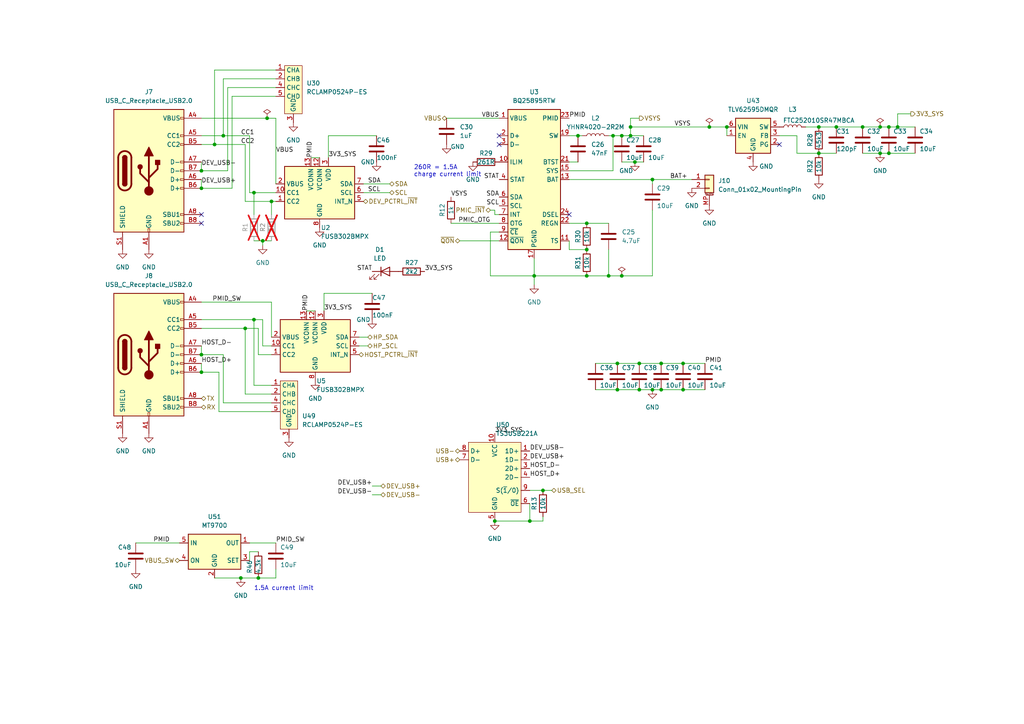
<source format=kicad_sch>
(kicad_sch (version 20230121) (generator eeschema)
  (paper "A4")
  (lib_symbols
    (symbol "Battery_Management:BQ25895RTW"
      (property "Reference" "U" (at -5.08 22.86 0))
      (property "Value" "BQ25895RTW" (at 5.08 22.86 0))
      (symbol "BQ25895RTW_0_1"
        (rectangle (start -7.62 20.32) (end 7.62 -20.32) (stroke (width 0.254)) (fill (type background)))
      )
      (symbol "BQ25895RTW_1_1"
        (pin power_in line (at -10.16 17.78 0) (length 2.54) (name "VBUS") (number "1"))
        (pin passive line (at -10.16 5.08 0) (length 2.54) (name "ILIM") (number "10"))
        (pin passive line (at 10.16 -17.78 180) (length 2.54) (name "TS") (number "11"))
        (pin input line (at -10.16 -17.78 0) (length 2.54) (name "~{QON}") (number "12"))
        (pin passive line (at 10.16 0 180) (length 2.54) (name "BAT") (number "13"))
        (pin passive line (at 10.16 0 180) (length 2.54) hide (name "BAT") (number "14"))
        (pin passive line (at 10.16 2.54 180) (length 2.54) (name "SYS") (number "15"))
        (pin passive line (at 10.16 2.54 180) (length 2.54) hide (name "SYS") (number "16"))
        (pin power_in line (at 0 -22.86 90) (length 2.54) (name "PGND") (number "17"))
        (pin passive line (at 0 -22.86 90) (length 2.54) hide (name "PGND") (number "18"))
        (pin power_out line (at 10.16 12.7 180) (length 2.54) (name "SW") (number "19"))
        (pin bidirectional line (at -10.16 12.7 0) (length 2.54) (name "D+") (number "2"))
        (pin passive line (at 10.16 12.7 180) (length 2.54) hide (name "SW") (number "20"))
        (pin passive line (at 10.16 5.08 180) (length 2.54) (name "BTST") (number "21"))
        (pin passive line (at 10.16 -12.7 180) (length 2.54) (name "REGN") (number "22"))
        (pin power_out line (at 10.16 17.78 180) (length 2.54) (name "PMID") (number "23"))
        (pin open_collector line (at 10.16 -10.16 180) (length 2.54) (name "DSEL") (number "24"))
        (pin passive line (at 0 -22.86 90) (length 2.54) hide (name "PGND") (number "25"))
        (pin bidirectional line (at -10.16 10.16 0) (length 2.54) (name "D-") (number "3"))
        (pin open_collector line (at -10.16 0 0) (length 2.54) (name "STAT") (number "4"))
        (pin input line (at -10.16 -7.62 0) (length 2.54) (name "SCL") (number "5"))
        (pin bidirectional line (at -10.16 -5.08 0) (length 2.54) (name "SDA") (number "6"))
        (pin open_collector line (at -10.16 -10.16 0) (length 2.54) (name "INT") (number "7"))
        (pin input line (at -10.16 -12.7 0) (length 2.54) (name "OTG") (number "8"))
        (pin input line (at -10.16 -15.24 0) (length 2.54) (name "~{CE}") (number "9"))
      )
    )
    (symbol "Connector:USB_C_Receptacle_USB2.0" (pin_names (offset 1.016))
      (property "Reference" "J" (at -10.16 19.05 0))
      (property "Value" "USB_C_Receptacle_USB2.0" (at 19.05 19.05 0))
      (symbol "USB_C_Receptacle_USB2.0_0_0"
        (rectangle (start -0.254 -17.78) (end 0.254 -16.764))
        (rectangle (start 10.16 -14.986) (end 9.144 -15.494))
        (rectangle (start 10.16 -12.446) (end 9.144 -12.954))
        (rectangle (start 10.16 -4.826) (end 9.144 -5.334))
        (rectangle (start 10.16 -2.286) (end 9.144 -2.794))
        (rectangle (start 10.16 0.254) (end 9.144 -0.254))
        (rectangle (start 10.16 2.794) (end 9.144 2.286))
        (rectangle (start 10.16 7.874) (end 9.144 7.366))
        (rectangle (start 10.16 10.414) (end 9.144 9.906))
        (rectangle (start 10.16 15.494) (end 9.144 14.986))
      )
      (symbol "USB_C_Receptacle_USB2.0_0_1"
        (rectangle (start -10.16 17.78) (end 10.16 -17.78) (stroke (width 0.254)) (fill (type background)))
        (arc (start -8.89 -3.81) (mid -6.985 -5.7067) (end -5.08 -3.81) (stroke (width 0.508)))
        (arc (start -7.62 -3.81) (mid -6.985 -4.4423) (end -6.35 -3.81) (stroke (width 0.254)))
        (arc (start -7.62 -3.81) (mid -6.985 -4.4423) (end -6.35 -3.81) (stroke (width 0.254)) (fill (type outline)))
        (rectangle (start -7.62 -3.81) (end -6.35 3.81) (stroke (width 0.254)) (fill (type outline)))
        (arc (start -6.35 3.81) (mid -6.985 4.4423) (end -7.62 3.81) (stroke (width 0.254)))
        (arc (start -6.35 3.81) (mid -6.985 4.4423) (end -7.62 3.81) (stroke (width 0.254)) (fill (type outline)))
        (arc (start -5.08 3.81) (mid -6.985 5.7067) (end -8.89 3.81) (stroke (width 0.508)))
        (circle (center -2.54 1.143) (radius 0.635) (stroke (width 0.254)) (fill (type outline)))
        (circle (center 0 -5.842) (radius 1.27) (fill (type outline)))
        (polyline (pts (xy -8.89 -3.81) (xy -8.89 3.81)) (stroke (width 0.508)))
        (polyline (pts (xy -5.08 3.81) (xy -5.08 -3.81)) (stroke (width 0.508)))
        (polyline (pts (xy 0 -5.842) (xy 0 4.318)) (stroke (width 0.508)))
        (polyline (pts (xy 0 -3.302) (xy -2.54 -0.762) (xy -2.54 0.508)) (stroke (width 0.508)))
        (polyline (pts (xy 0 -2.032) (xy 2.54 0.508) (xy 2.54 1.778)) (stroke (width 0.508)))
        (polyline (pts (xy -1.27 4.318) (xy 0 6.858) (xy 1.27 4.318) (xy -1.27 4.318)) (stroke (width 0.254)) (fill (type outline)))
        (rectangle (start 1.905 1.778) (end 3.175 3.048) (stroke (width 0.254)) (fill (type outline)))
      )
      (symbol "USB_C_Receptacle_USB2.0_1_1"
        (pin passive line (at 0 -22.86 90) (length 5.08) (name "GND") (number "A1"))
        (pin passive line (at 0 -22.86 90) (length 5.08) hide (name "GND") (number "A12"))
        (pin passive line (at 15.24 15.24 180) (length 5.08) (name "VBUS") (number "A4"))
        (pin bidirectional line (at 15.24 10.16 180) (length 5.08) (name "CC1") (number "A5"))
        (pin bidirectional line (at 15.24 -2.54 180) (length 5.08) (name "D+") (number "A6"))
        (pin bidirectional line (at 15.24 2.54 180) (length 5.08) (name "D-") (number "A7"))
        (pin bidirectional line (at 15.24 -12.7 180) (length 5.08) (name "SBU1") (number "A8"))
        (pin passive line (at 15.24 15.24 180) (length 5.08) hide (name "VBUS") (number "A9"))
        (pin passive line (at 0 -22.86 90) (length 5.08) hide (name "GND") (number "B1"))
        (pin passive line (at 0 -22.86 90) (length 5.08) hide (name "GND") (number "B12"))
        (pin passive line (at 15.24 15.24 180) (length 5.08) hide (name "VBUS") (number "B4"))
        (pin bidirectional line (at 15.24 7.62 180) (length 5.08) (name "CC2") (number "B5"))
        (pin bidirectional line (at 15.24 -5.08 180) (length 5.08) (name "D+") (number "B6"))
        (pin bidirectional line (at 15.24 0 180) (length 5.08) (name "D-") (number "B7"))
        (pin bidirectional line (at 15.24 -15.24 180) (length 5.08) (name "SBU2") (number "B8"))
        (pin passive line (at 15.24 15.24 180) (length 5.08) hide (name "VBUS") (number "B9"))
        (pin passive line (at -7.62 -22.86 90) (length 5.08) (name "SHIELD") (number "S1"))
      )
    )
    (symbol "Connector_Generic_MountingPin:Conn_01x02_MountingPin" (pin_names (offset 1.016) hide)
      (property "Reference" "J" (at 0 2.54 0))
      (property "Value" "Conn_01x02_MountingPin" (at 1.27 -5.08 0))
      (symbol "Conn_01x02_MountingPin_1_1"
        (rectangle (start -1.27 -2.413) (end 0 -2.667) (stroke (width 0.1524)))
        (rectangle (start -1.27 0.127) (end 0 -0.127) (stroke (width 0.1524)))
        (rectangle (start -1.27 1.27) (end 1.27 -3.81) (stroke (width 0.254)) (fill (type background)))
        (polyline (pts (xy -1.016 -4.572) (xy 1.016 -4.572)) (stroke (width 0.1524)))
        (text "Mounting" (at 0 -4.191 0) (effects (font (size 0.381 0.381))))
        (pin passive line (at -5.08 0 0) (length 3.81) (name "Pin_1") (number "1"))
        (pin passive line (at -5.08 -2.54 0) (length 3.81) (name "Pin_2") (number "2"))
        (pin passive line (at 0 -7.62 90) (length 3.048) (name "MountPin") (number "MP"))
      )
    )
    (symbol "Device:C" (pin_numbers hide) (pin_names (offset 0.254))
      (property "Reference" "C" (at 0.635 2.54 0))
      (property "Value" "C" (at 0.635 -2.54 0))
      (symbol "C_0_1"
        (polyline (pts (xy -2.032 -0.762) (xy 2.032 -0.762)) (stroke (width 0.508)))
        (polyline (pts (xy -2.032 0.762) (xy 2.032 0.762)) (stroke (width 0.508)))
      )
      (symbol "C_1_1"
        (pin passive line (at 0 3.81 270) (length 2.794) (name "~") (number "1"))
        (pin passive line (at 0 -3.81 90) (length 2.794) (name "~") (number "2"))
      )
    )
    (symbol "Device:L" (pin_numbers hide) (pin_names (offset 1.016) hide)
      (property "Reference" "L" (at -1.27 0 90))
      (property "Value" "L" (at 1.905 0 90))
      (symbol "L_0_1"
        (arc (start 0 -2.54) (mid 0.6323 -1.905) (end 0 -1.27))
        (arc (start 0 -1.27) (mid 0.6323 -0.635) (end 0 0))
        (arc (start 0 0) (mid 0.6323 0.635) (end 0 1.27))
        (arc (start 0 1.27) (mid 0.6323 1.905) (end 0 2.54))
      )
      (symbol "L_1_1"
        (pin passive line (at 0 3.81 270) (length 1.27) (name "1") (number "1"))
        (pin passive line (at 0 -3.81 90) (length 1.27) (name "2") (number "2"))
      )
    )
    (symbol "Device:LED" (pin_numbers hide) (pin_names (offset 1.016) hide)
      (property "Reference" "D" (at 0 2.54 0))
      (property "Value" "LED" (at 0 -2.54 0))
      (symbol "LED_0_1"
        (polyline (pts (xy -1.27 -1.27) (xy -1.27 1.27)) (stroke (width 0.254)))
        (polyline (pts (xy -1.27 0) (xy 1.27 0)))
        (polyline (pts (xy 1.27 -1.27) (xy 1.27 1.27) (xy -1.27 0) (xy 1.27 -1.27)) (stroke (width 0.254)))
        (polyline (pts (xy -3.048 -0.762) (xy -4.572 -2.286) (xy -3.81 -2.286) (xy -4.572 -2.286) (xy -4.572 -1.524)))
        (polyline (pts (xy -1.778 -0.762) (xy -3.302 -2.286) (xy -2.54 -2.286) (xy -3.302 -2.286) (xy -3.302 -1.524)))
      )
      (symbol "LED_1_1"
        (pin passive line (at -3.81 0 0) (length 2.54) (name "K") (number "1"))
        (pin passive line (at 3.81 0 180) (length 2.54) (name "A") (number "2"))
      )
    )
    (symbol "Device:R" (pin_numbers hide) (pin_names (offset 0))
      (property "Reference" "R" (at 2.032 0 90))
      (property "Value" "R" (at 0 0 90))
      (symbol "R_0_1"
        (rectangle (start -1.016 -2.54) (end 1.016 2.54) (stroke (width 0.254)))
      )
      (symbol "R_1_1"
        (pin passive line (at 0 3.81 270) (length 1.27) (name "~") (number "1"))
        (pin passive line (at 0 -3.81 90) (length 1.27) (name "~") (number "2"))
      )
    )
    (symbol "Interface_USB:FUSB302BMPX"
      (property "Reference" "U" (at -10.16 8.89 0))
      (property "Value" "FUSB302BMPX" (at 3.81 8.89 0))
      (symbol "FUSB302BMPX_0_1"
        (rectangle (start -10.16 7.62) (end 10.16 -7.62) (stroke (width 0.254)) (fill (type background)))
      )
      (symbol "FUSB302BMPX_1_1"
        (pin bidirectional line (at 12.7 -2.54 180) (length 2.54) (name "CC2") (number "1"))
        (pin bidirectional line (at 12.7 0 180) (length 2.54) (name "CC1") (number "10"))
        (pin bidirectional line (at 12.7 0 180) (length 2.54) hide (name "CC1") (number "11"))
        (pin power_in line (at 0 10.16 270) (length 2.54) (name "VCONN") (number "12"))
        (pin power_in line (at 2.54 10.16 270) (length 2.54) (name "VCONN") (number "13"))
        (pin bidirectional line (at 12.7 -2.54 180) (length 2.54) hide (name "CC2") (number "14"))
        (pin passive line (at 0 -10.16 90) (length 2.54) hide (name "GND") (number "15"))
        (pin input line (at 12.7 2.54 180) (length 2.54) (name "VBUS") (number "2"))
        (pin power_in line (at -2.54 10.16 270) (length 2.54) (name "VDD") (number "3"))
        (pin passive line (at -2.54 10.16 270) (length 2.54) hide (name "VDD") (number "4"))
        (pin open_collector line (at -12.7 -2.54 0) (length 2.54) (name "INT_N") (number "5"))
        (pin input line (at -12.7 0 0) (length 2.54) (name "SCL") (number "6"))
        (pin bidirectional line (at -12.7 2.54 0) (length 2.54) (name "SDA") (number "7"))
        (pin power_in line (at 0 -10.16 90) (length 2.54) (name "GND") (number "8"))
        (pin passive line (at 0 -10.16 90) (length 2.54) hide (name "GND") (number "9"))
      )
    )
    (symbol "Power_Management:AAT4610BIGV-1-T1"
      (property "Reference" "U" (at -6.35 -6.35 0))
      (property "Value" "AAT4610BIGV-1-T1" (at 0 6.35 0))
      (symbol "AAT4610BIGV-1-T1_0_1"
        (rectangle (start -7.62 5.08) (end 7.62 -5.08) (stroke (width 0.254)) (fill (type background)))
      )
      (symbol "AAT4610BIGV-1-T1_1_1"
        (pin power_out line (at 10.16 2.54 180) (length 2.54) (name "OUT") (number "1"))
        (pin power_in line (at 0 -7.62 90) (length 2.54) (name "GND") (number "2"))
        (pin passive line (at 10.16 -2.54 180) (length 2.54) (name "SET") (number "3"))
        (pin input line (at -10.16 -2.54 0) (length 2.54) (name "ON") (number "4"))
        (pin power_in line (at -10.16 2.54 0) (length 2.54) (name "IN") (number "5"))
      )
    )
    (symbol "tildagon:RCLAMP0524P-ES"
      (property "Reference" "U" (at 3.81 -6.35 0))
      (property "Value" "RCLAMP0524P-ES" (at 0 8.89 0))
      (symbol "RCLAMP0524P-ES_1_1"
        (rectangle (start -2.54 6.35) (end 2.54 -7.62) (fill (type background)))
        (pin passive line (at -5.08 5.08 0) (length 2.54) (name "CHA") (number "1"))
        (pin passive line (at -5.08 5.08 0) (length 2.54) hide (name "CHA") (number "10"))
        (pin passive line (at -5.08 2.54 0) (length 2.54) (name "CHB") (number "2"))
        (pin power_in line (at 0 -10.16 90) (length 2.54) (name "GND") (number "3"))
        (pin passive line (at -5.08 0 0) (length 2.54) (name "CHC") (number "4"))
        (pin passive line (at -5.08 -2.54 0) (length 2.54) (name "CHD") (number "5"))
        (pin passive line (at -5.08 -2.54 0) (length 2.54) hide (name "CHD") (number "6"))
        (pin passive line (at -5.08 0 0) (length 2.54) hide (name "CHC") (number "7"))
        (pin passive line (at 0 -10.16 90) (length 2.54) hide (name "GND") (number "8"))
        (pin passive line (at -5.08 2.54 0) (length 2.54) hide (name "CHB") (number "9"))
      )
    )
    (symbol "tildagon:TLV62595DMQR"
      (property "Reference" "U?" (at 0 10.16 0))
      (property "Value" "TLV62595DMQR" (at 0 7.62 0))
      (symbol "TLV62595DMQR_0_1"
        (rectangle (start -5.08 5.08) (end 5.08 -5.08) (stroke (width 0.254)) (fill (type background)))
      )
      (symbol "TLV62595DMQR_1_1"
        (pin input line (at -7.62 0 0) (length 2.54) (name "EN") (number "1"))
        (pin open_collector line (at 7.62 -2.54 180) (length 2.54) (name "PG") (number "2"))
        (pin input line (at 7.62 0 180) (length 2.54) (name "FB") (number "3"))
        (pin power_in line (at 0 -7.62 90) (length 2.54) (name "GND") (number "4"))
        (pin power_out line (at 7.62 2.54 180) (length 2.54) (name "SW") (number "5"))
        (pin power_in line (at -7.62 2.54 0) (length 2.54) (name "VIN") (number "6"))
      )
    )
    (symbol "tildagon:TS3USB221A"
      (property "Reference" "U" (at 0 -2.54 0))
      (property "Value" "TS3USB221A" (at 0 0 0))
      (symbol "TS3USB221A_1_1"
        (rectangle (start -7.62 10.16) (end 7.62 -10.16) (fill (type background)))
        (pin passive line (at -10.16 7.62 0) (length 2.54) (name "1D+") (number "1"))
        (pin power_in line (at 0 12.7 270) (length 2.54) (name "VCC") (number "10"))
        (pin passive line (at -10.16 5.08 0) (length 2.54) (name "1D-") (number "2"))
        (pin passive line (at -10.16 2.54 0) (length 2.54) (name "2D+") (number "3"))
        (pin passive line (at -10.16 0 0) (length 2.54) (name "2D-") (number "4"))
        (pin power_in line (at 0 -12.7 90) (length 2.54) (name "GND") (number "5"))
        (pin input line (at -10.16 -7.62 0) (length 2.54) (name "~{OE}") (number "6"))
        (pin passive line (at 10.16 5.08 180) (length 2.54) (name "D-") (number "7"))
        (pin passive line (at 10.16 7.62 180) (length 2.54) (name "D+") (number "8"))
        (pin input line (at -10.16 -3.81 0) (length 2.54) (name "S(~{1}/0)") (number "9"))
      )
    )
    (symbol "power:GND" (power) (pin_names (offset 0))
      (property "Value" "GND" (at 0 -3.81 0))
      (symbol "GND_0_1"
        (polyline (pts (xy 0 0) (xy 0 -1.27) (xy 1.27 -1.27) (xy 0 -2.54) (xy -1.27 -1.27) (xy 0 -1.27)))
      )
      (symbol "GND_1_1"
        (pin power_in line (at 0 0 270) (length 0) hide (name "GND") (number "1"))
      )
    )
    (symbol "power:PWR_FLAG" (power) (pin_numbers hide) (pin_names (offset 0) hide)
      (property "Value" "PWR_FLAG" (at 0 3.81 0))
      (symbol "PWR_FLAG_0_0"
        (pin power_out line (at 0 0 90) (length 0) (name "pwr") (number "1"))
      )
      (symbol "PWR_FLAG_0_1"
        (polyline (pts (xy 0 0) (xy 0 1.27) (xy -1.016 1.905) (xy 0 2.54) (xy 1.016 1.905) (xy 0 1.27)))
      )
    )
  )
  (junction (at 58.42 54.61))
  (junction (at 58.42 102.87))
  (junction (at 189.23 113.03))
  (junction (at 179.07 105.41))
  (junction (at 62.23 41.91))
  (junction (at 58.42 107.95))
  (junction (at 157.48 142.24))
  (junction (at 143.51 151.13))
  (junction (at 176.53 80.01))
  (junction (at 185.42 113.03))
  (junction (at 180.34 39.37))
  (junction (at 184.15 46.99))
  (junction (at 182.88 39.37))
  (junction (at 189.23 52.07))
  (junction (at 198.12 105.41))
  (junction (at 191.77 105.41))
  (junction (at 255.27 44.45))
  (junction (at 170.18 72.39))
  (junction (at 170.18 64.77))
  (junction (at 250.19 36.83))
  (junction (at 237.49 44.45))
  (junction (at 154.94 80.01))
  (junction (at 69.85 167.64))
  (junction (at 257.81 44.45))
  (junction (at 180.34 80.01))
  (junction (at 76.2 69.85))
  (junction (at 177.8 39.37))
  (junction (at 77.47 34.29))
  (junction (at 242.57 36.83))
  (junction (at 170.18 80.01))
  (junction (at 167.64 39.37))
  (junction (at 257.81 36.83))
  (junction (at 153.67 151.13))
  (junction (at 198.12 113.03))
  (junction (at 179.07 113.03))
  (junction (at 205.74 36.83))
  (junction (at 255.27 36.83))
  (junction (at 73.66 55.88))
  (junction (at 73.66 92.71))
  (junction (at 58.42 49.53))
  (junction (at 260.35 36.83))
  (junction (at 78.74 58.42))
  (junction (at 237.49 36.83))
  (junction (at 182.88 36.83))
  (junction (at 210.82 36.83))
  (junction (at 74.93 167.64))
  (junction (at 191.77 113.03))
  (junction (at 71.12 95.25))
  (junction (at 185.42 105.41))
  (junction (at 64.77 39.37))
  (no_connect (at 165.1 62.23))
  (no_connect (at 144.78 41.91))
  (no_connect (at 58.42 64.77))
  (no_connect (at 58.42 62.23))
  (no_connect (at 144.78 39.37))
  (no_connect (at 226.06 41.91))
  (wire (pts (xy 80.01 167.64) (xy 80.01 165.1)))
  (wire (pts (xy 185.42 113.03) (xy 189.23 113.03)))
  (wire (pts (xy 176.53 80.01) (xy 180.34 80.01)))
  (wire (pts (xy 179.07 113.03) (xy 185.42 113.03)))
  (wire (pts (xy 64.77 39.37) (xy 58.42 39.37)))
  (wire (pts (xy 250.19 44.45) (xy 255.27 44.45)))
  (wire (pts (xy 73.66 69.85) (xy 76.2 69.85)))
  (wire (pts (xy 172.72 105.41) (xy 179.07 105.41)))
  (wire (pts (xy 72.39 160.02) (xy 74.93 160.02)))
  (wire (pts (xy 78.74 102.87) (xy 74.93 102.87)))
  (wire (pts (xy 78.74 58.42) (xy 80.01 58.42)))
  (wire (pts (xy 80.01 22.86) (xy 64.77 22.86)))
  (wire (pts (xy 64.77 102.87) (xy 64.77 116.84)))
  (wire (pts (xy 109.22 39.37) (xy 95.25 39.37)))
  (wire (pts (xy 113.03 55.88) (xy 105.41 55.88)))
  (wire (pts (xy 80.01 55.88) (xy 73.66 55.88)))
  (wire (pts (xy 260.35 33.02) (xy 260.35 36.83)))
  (wire (pts (xy 78.74 111.76) (xy 73.66 111.76)))
  (wire (pts (xy 72.39 157.48) (xy 80.01 157.48)))
  (wire (pts (xy 176.53 39.37) (xy 177.8 39.37)))
  (wire (pts (xy 77.47 34.29) (xy 80.01 34.29)))
  (wire (pts (xy 170.18 72.39) (xy 165.1 72.39)))
  (wire (pts (xy 80.01 27.94) (xy 67.31 27.94)))
  (wire (pts (xy 104.14 97.79) (xy 106.68 97.79)))
  (wire (pts (xy 182.88 34.29) (xy 182.88 36.83)))
  (wire (pts (xy 80.01 20.32) (xy 62.23 20.32)))
  (wire (pts (xy 154.94 80.01) (xy 170.18 80.01)))
  (wire (pts (xy 165.1 46.99) (xy 167.64 46.99)))
  (wire (pts (xy 58.42 92.71) (xy 73.66 92.71)))
  (wire (pts (xy 67.31 27.94) (xy 67.31 54.61)))
  (wire (pts (xy 74.93 102.87) (xy 74.93 95.25)))
  (wire (pts (xy 72.39 39.37) (xy 64.77 39.37)))
  (wire (pts (xy 76.2 69.85) (xy 78.74 69.85)))
  (wire (pts (xy 107.95 85.09) (xy 93.98 85.09)))
  (wire (pts (xy 172.72 113.03) (xy 179.07 113.03)))
  (wire (pts (xy 129.54 34.29) (xy 144.78 34.29)))
  (wire (pts (xy 191.77 105.41) (xy 198.12 105.41)))
  (wire (pts (xy 142.24 67.31) (xy 142.24 80.01)))
  (wire (pts (xy 198.12 105.41) (xy 204.47 105.41)))
  (wire (pts (xy 58.42 105.41) (xy 58.42 107.95)))
  (wire (pts (xy 165.1 49.53) (xy 177.8 49.53)))
  (wire (pts (xy 255.27 36.83) (xy 257.81 36.83)))
  (wire (pts (xy 237.49 44.45) (xy 242.57 44.45)))
  (wire (pts (xy 66.04 25.4) (xy 66.04 49.53)))
  (wire (pts (xy 58.42 87.63) (xy 78.74 87.63)))
  (wire (pts (xy 67.31 54.61) (xy 58.42 54.61)))
  (wire (pts (xy 62.23 20.32) (xy 62.23 41.91)))
  (wire (pts (xy 69.85 167.64) (xy 74.93 167.64)))
  (wire (pts (xy 231.14 44.45) (xy 237.49 44.45)))
  (wire (pts (xy 74.93 95.25) (xy 71.12 95.25)))
  (wire (pts (xy 76.2 100.33) (xy 78.74 100.33)))
  (wire (pts (xy 189.23 80.01) (xy 189.23 60.96)))
  (wire (pts (xy 153.67 151.13) (xy 153.67 146.05)))
  (wire (pts (xy 170.18 80.01) (xy 176.53 80.01)))
  (wire (pts (xy 177.8 49.53) (xy 177.8 39.37)))
  (wire (pts (xy 76.2 69.85) (xy 76.2 71.12)))
  (wire (pts (xy 73.66 111.76) (xy 73.66 92.71)))
  (wire (pts (xy 177.8 39.37) (xy 180.34 39.37)))
  (wire (pts (xy 58.42 107.95) (xy 63.5 107.95)))
  (wire (pts (xy 185.42 105.41) (xy 191.77 105.41)))
  (wire (pts (xy 142.24 80.01) (xy 154.94 80.01)))
  (wire (pts (xy 64.77 116.84) (xy 78.74 116.84)))
  (wire (pts (xy 170.18 64.77) (xy 176.53 64.77)))
  (wire (pts (xy 72.39 55.88) (xy 72.39 39.37)))
  (wire (pts (xy 104.14 100.33) (xy 106.68 100.33)))
  (wire (pts (xy 80.01 34.29) (xy 80.01 53.34)))
  (wire (pts (xy 143.51 60.96) (xy 143.51 62.23)))
  (wire (pts (xy 133.35 69.85) (xy 144.78 69.85)))
  (wire (pts (xy 257.81 44.45) (xy 265.43 44.45)))
  (wire (pts (xy 180.34 80.01) (xy 189.23 80.01)))
  (wire (pts (xy 130.81 64.77) (xy 144.78 64.77)))
  (wire (pts (xy 62.23 167.64) (xy 69.85 167.64)))
  (wire (pts (xy 210.82 36.83) (xy 210.82 39.37)))
  (wire (pts (xy 58.42 46.99) (xy 58.42 49.53)))
  (wire (pts (xy 237.49 36.83) (xy 242.57 36.83)))
  (wire (pts (xy 71.12 41.91) (xy 71.12 58.42)))
  (wire (pts (xy 71.12 114.3) (xy 71.12 95.25)))
  (wire (pts (xy 76.2 92.71) (xy 76.2 100.33)))
  (wire (pts (xy 189.23 52.07) (xy 189.23 53.34)))
  (wire (pts (xy 165.1 64.77) (xy 170.18 64.77)))
  (wire (pts (xy 160.02 142.24) (xy 157.48 142.24)))
  (wire (pts (xy 74.93 167.64) (xy 80.01 167.64)))
  (wire (pts (xy 95.25 39.37) (xy 95.25 45.72)))
  (wire (pts (xy 182.88 36.83) (xy 205.74 36.83)))
  (wire (pts (xy 176.53 80.01) (xy 176.53 72.39)))
  (wire (pts (xy 185.42 34.29) (xy 182.88 34.29)))
  (wire (pts (xy 189.23 52.07) (xy 200.66 52.07)))
  (wire (pts (xy 167.64 39.37) (xy 168.91 39.37)))
  (wire (pts (xy 73.66 55.88) (xy 72.39 55.88)))
  (wire (pts (xy 231.14 39.37) (xy 231.14 44.45)))
  (wire (pts (xy 90.17 45.72) (xy 92.71 45.72)))
  (wire (pts (xy 144.78 67.31) (xy 142.24 67.31)))
  (wire (pts (xy 93.98 85.09) (xy 93.98 90.17)))
  (wire (pts (xy 78.74 87.63) (xy 78.74 97.79)))
  (wire (pts (xy 189.23 113.03) (xy 191.77 113.03)))
  (wire (pts (xy 165.1 52.07) (xy 189.23 52.07)))
  (wire (pts (xy 143.51 62.23) (xy 144.78 62.23)))
  (wire (pts (xy 205.74 36.83) (xy 210.82 36.83)))
  (wire (pts (xy 182.88 36.83) (xy 182.88 39.37)))
  (wire (pts (xy 73.66 92.71) (xy 76.2 92.71)))
  (wire (pts (xy 63.5 107.95) (xy 63.5 119.38)))
  (wire (pts (xy 58.42 102.87) (xy 64.77 102.87)))
  (wire (pts (xy 154.94 82.55) (xy 154.94 80.01)))
  (wire (pts (xy 255.27 44.45) (xy 257.81 44.45)))
  (wire (pts (xy 165.1 72.39) (xy 165.1 69.85)))
  (wire (pts (xy 165.1 39.37) (xy 167.64 39.37)))
  (wire (pts (xy 250.19 36.83) (xy 255.27 36.83)))
  (wire (pts (xy 157.48 151.13) (xy 153.67 151.13)))
  (wire (pts (xy 180.34 39.37) (xy 182.88 39.37)))
  (wire (pts (xy 58.42 34.29) (xy 77.47 34.29)))
  (wire (pts (xy 63.5 119.38) (xy 78.74 119.38)))
  (wire (pts (xy 39.37 157.48) (xy 52.07 157.48)))
  (wire (pts (xy 226.06 39.37) (xy 231.14 39.37)))
  (wire (pts (xy 154.94 80.01) (xy 154.94 74.93)))
  (wire (pts (xy 182.88 39.37) (xy 186.69 39.37)))
  (wire (pts (xy 78.74 58.42) (xy 78.74 62.23)))
  (wire (pts (xy 88.9 90.17) (xy 91.44 90.17)))
  (wire (pts (xy 157.48 149.86) (xy 157.48 151.13)))
  (wire (pts (xy 78.74 114.3) (xy 71.12 114.3)))
  (wire (pts (xy 233.68 36.83) (xy 237.49 36.83)))
  (wire (pts (xy 80.01 25.4) (xy 66.04 25.4)))
  (wire (pts (xy 142.24 60.96) (xy 143.51 60.96)))
  (wire (pts (xy 107.95 143.51) (xy 110.49 143.51)))
  (wire (pts (xy 143.51 151.13) (xy 153.67 151.13)))
  (wire (pts (xy 179.07 105.41) (xy 185.42 105.41)))
  (wire (pts (xy 180.34 46.99) (xy 184.15 46.99)))
  (wire (pts (xy 264.16 33.02) (xy 260.35 33.02)))
  (wire (pts (xy 72.39 162.56) (xy 72.39 160.02)))
  (wire (pts (xy 66.04 49.53) (xy 58.42 49.53)))
  (wire (pts (xy 58.42 41.91) (xy 62.23 41.91)))
  (wire (pts (xy 242.57 36.83) (xy 250.19 36.83)))
  (wire (pts (xy 191.77 113.03) (xy 198.12 113.03)))
  (wire (pts (xy 198.12 113.03) (xy 204.47 113.03)))
  (wire (pts (xy 71.12 58.42) (xy 78.74 58.42)))
  (wire (pts (xy 58.42 100.33) (xy 58.42 102.87)))
  (wire (pts (xy 184.15 46.99) (xy 186.69 46.99)))
  (wire (pts (xy 260.35 36.83) (xy 265.43 36.83)))
  (wire (pts (xy 64.77 22.86) (xy 64.77 39.37)))
  (wire (pts (xy 257.81 36.83) (xy 260.35 36.83)))
  (wire (pts (xy 62.23 41.91) (xy 71.12 41.91)))
  (wire (pts (xy 113.03 53.34) (xy 105.41 53.34)))
  (wire (pts (xy 73.66 55.88) (xy 73.66 62.23)))
  (wire (pts (xy 157.48 142.24) (xy 153.67 142.24)))
  (wire (pts (xy 71.12 95.25) (xy 58.42 95.25)))
  (wire (pts (xy 58.42 52.07) (xy 58.42 54.61)))
  (wire (pts (xy 107.95 140.97) (xy 110.49 140.97)))
  (text "260R = 1.5A \ncharge current limit" (at 120.015 51.435 0) (effects (font (size 1.27 1.27)) (justify left bottom)))
  (text "1.5A current limit" (at 73.66 171.45 0) (effects (font (size 1.27 1.27)) (justify left bottom)))
  (label "SDA" (at 144.78 57.15 180))
  (label "PMID_SW" (at 61.595 87.63 0))
  (label "3V3_SYS" (at 123.19 78.74 0))
  (label "VSYS" (at 130.81 57.15 0))
  (label "STAT" (at 107.95 78.74 180))
  (label "DEV_USB+" (at 58.42 53.34 0))
  (label "3V3_SYS" (at 143.51 125.73 0))
  (label "HOST_D-" (at 58.42 100.33 0))
  (label "3V3_SYS" (at 95.25 45.72 0))
  (label "SCL" (at 144.78 59.69 180))
  (label "PMID" (at 90.805 45.72 90))
  (label "VBUS" (at 144.78 34.29 180))
  (label "PMID" (at 89.535 90.17 90))
  (label "CC1" (at 69.85 39.37 0))
  (label "SDA" (at 106.68 53.34 0))
  (label "CC2" (at 69.85 41.91 0))
  (label "PMID" (at 44.45 157.48 0))
  (label "BAT+" (at 194.31 52.07 0))
  (label "DEV_USB-" (at 153.67 130.81 0))
  (label "PMID" (at 204.47 105.41 0))
  (label "HOST_D-" (at 153.67 135.89 0))
  (label "DEV_USB+" (at 153.67 133.35 0))
  (label "VSYS" (at 195.58 36.83 0))
  (label "HOST_D+" (at 58.42 105.41 0))
  (label "DEV_USB-" (at 107.95 143.51 180))
  (label "VBUS" (at 80.01 44.45 0))
  (label "HOST_D+" (at 153.67 138.43 0))
  (label "3V3_SYS" (at 93.98 90.17 0))
  (label "DEV_USB+" (at 107.95 140.97 180))
  (label "STAT" (at 144.78 52.07 180))
  (label "DEV_USB-" (at 58.42 48.26 0))
  (label "SCL" (at 106.68 55.88 0))
  (label "PMID_SW" (at 80.01 157.48 0))
  (label "PMIC_OTG" (at 142.24 64.77 180))
  (label "PMID" (at 165.1 34.29 0))
  (hierarchical_label "SCL" (shape bidirectional) (at 113.03 55.88 0))
  (hierarchical_label "DEV_USB+" (shape bidirectional) (at 110.49 140.97 0))
  (hierarchical_label "DEV_USB-" (shape bidirectional) (at 110.49 143.51 0))
  (hierarchical_label "VBUS_SW" (shape bidirectional) (at 52.07 162.56 180))
  (hierarchical_label "HP_SCL" (shape bidirectional) (at 106.68 100.33 0))
  (hierarchical_label "DEV_PCTRL_~{INT}" (shape tri_state) (at 105.41 58.42 0))
  (hierarchical_label "3V3_SYS" (shape output) (at 264.16 33.02 0))
  (hierarchical_label "USB-" (shape bidirectional) (at 133.35 130.81 180))
  (hierarchical_label "USB_SEL" (shape bidirectional) (at 160.02 142.24 0))
  (hierarchical_label "~{QON}" (shape bidirectional) (at 133.35 69.85 180))
  (hierarchical_label "VBUS" (shape bidirectional) (at 129.54 34.29 180))
  (hierarchical_label "RX" (shape bidirectional) (at 58.42 118.11 0))
  (hierarchical_label "TX" (shape bidirectional) (at 58.42 115.57 0))
  (hierarchical_label "PMIC_~{INT}" (shape bidirectional) (at 142.24 60.96 180))
  (hierarchical_label "VSYS" (shape output) (at 185.42 34.29 0))
  (hierarchical_label "HP_SDA" (shape bidirectional) (at 106.68 97.79 0))
  (hierarchical_label "USB+" (shape bidirectional) (at 133.35 133.35 180))
  (hierarchical_label "SDA" (shape bidirectional) (at 113.03 53.34 0))
  (hierarchical_label "HOST_PCTRL_~{INT}" (shape tri_state) (at 104.14 102.87 0))
  (symbol (lib_id "power:GND") (at 91.44 110.49 0) (unit 1)
    (property "Reference" "#PWR054" (effects hide))
    (property "Value" "GND" (at 91.44 115.57 0))
  )
  (symbol (lib_id "power:GND") (at 129.54 41.91 0) (unit 1)
    (property "Reference" "#PWR045" (effects hide))
    (property "Value" "GND" (at 132.715 42.545 0))
  )
  (symbol (lib_id "power:GND") (at 218.44 46.99 0) (unit 1)
    (property "Reference" "#PWR047" (effects hide))
    (property "Value" "GND" (at 222.25 48.26 0))
  )
  (symbol (lib_id "power:GND") (at 184.15 46.99 0) (unit 1)
    (property "Reference" "#PWR044" (effects hide))
    (property "Value" "GND" (at 181.61 49.53 0))
  )
  (symbol (lib_id "tildagon:RCLAMP0524P-ES") (at 85.09 25.4 0) (unit 1)
    (property "Reference" "U30" (at 88.9 24.13 0) (effects (justify left)))
    (property "Value" "RCLAMP0524P-ES" (at 88.9 26.67 0) (effects (justify left)))
    (property "Footprint" "tildagon:Diodes_UDFN-10_1.0x2.5mm_P0.5mm" (effects hide))
  )
  (symbol (lib_id "Device:C") (at 180.34 43.18 0) (unit 1)
    (property "Reference" "C27" (at 181.61 40.64 0) (effects (justify left)))
    (property "Value" "10uF" (at 181.61 45.72 0) (effects (justify left)))
    (property "Footprint" "Capacitor_SMD:C_1206_3216Metric" (effects hide))
  )
  (symbol (lib_id "tildagon:TLV62595DMQR") (at 218.44 39.37 0) (unit 1)
    (property "Reference" "U43" (at 218.44 29.21 0))
    (property "Value" "TLV62595DMQR" (at 218.44 31.75 0))
    (property "Footprint" "tildagon:Texas_VSON-HR-6_1.5x1.5mm_P0.5mm" (effects hide))
    (property "Datasheet" "http://www.ti.com/lit/ds/symlink/tlv62595.pdf" (effects hide))
  )
  (symbol (lib_id "Device:C") (at 250.19 40.64 0) (unit 1)
    (property "Reference" "C32" (at 251.46 38.1 0) (effects (justify left)))
    (property "Value" "10uF" (at 251.46 43.18 0) (effects (justify left)))
    (property "Footprint" "Capacitor_SMD:C_1206_3216Metric" (effects hide))
  )
  (symbol (lib_id "tildagon:TS3USB221A") (at 143.51 138.43 0) (mirror y) (unit 1)
    (property "Reference" "U50" (at 143.8559 123.19 0) (effects (justify right)))
    (property "Value" "TS3USB221A" (at 143.8559 125.73 0) (effects (justify right)))
    (property "Footprint" "tildagon:Texas_PUQFN-10_RSE_1.5x2mm" (effects hide))
    (property "Datasheet" "https://www.ti.com/lit/gpn/ts3usb221a" (effects hide))
  )
  (symbol (lib_id "power:GND") (at 255.27 44.45 0) (unit 1)
    (property "Reference" "#PWR049" (effects hide))
    (property "Value" "GND" (at 255.27 49.53 0))
  )
  (symbol (lib_id "Device:C") (at 109.22 43.18 0) (unit 1)
    (property "Reference" "C46" (at 109.22 40.64 0) (effects (justify left)))
    (property "Value" "100nF" (at 109.22 45.72 0) (effects (justify left)))
    (property "Footprint" "Capacitor_SMD:C_0402_1005Metric" (effects hide))
  )
  (symbol (lib_id "power:GND") (at 107.95 92.71 0) (unit 1)
    (property "Reference" "#PWR067" (effects hide))
    (property "Value" "GND" (at 105.41 92.71 0))
  )
  (symbol (lib_id "power:PWR_FLAG") (at 255.27 36.83 0) (unit 1)
    (property "Reference" "#FLG09" (effects hide))
    (property "Value" "PWR_FLAG" (effects hide))
  )
  (symbol (lib_id "Device:C") (at 167.64 43.18 0) (unit 1)
    (property "Reference" "C26" (at 171.45 41.91 0) (effects (justify left)))
    (property "Value" "47nF" (at 171.45 44.45 0) (effects (justify left)))
    (property "Footprint" "Capacitor_SMD:C_0402_1005Metric" (effects hide))
  )
  (symbol (lib_id "Device:LED") (at 111.76 78.74 0) (unit 1)
    (property "Reference" "D1" (at 110.1725 72.39 0))
    (property "Value" "LED" (at 110.1725 74.93 0))
    (property "Footprint" "LED_SMD:LED_0603_1608Metric" (effects hide))
  )
  (symbol (lib_id "power:GND") (at 200.66 54.61 0) (unit 1)
    (property "Reference" "#PWR046" (effects hide))
    (property "Value" "GND" (at 200.66 59.69 0))
  )
  (symbol (lib_id "Device:C") (at 179.07 109.22 0) (unit 1)
    (property "Reference" "C37" (at 180.34 106.68 0) (effects (justify left)))
    (property "Value" "10uF" (at 180.34 111.76 0) (effects (justify left)))
    (property "Footprint" "Capacitor_SMD:C_1206_3216Metric" (effects hide))
  )
  (symbol (lib_id "Device:R") (at 170.18 68.58 180) (unit 1)
    (property "Reference" "R30" (at 167.64 68.58 90))
    (property "Value" "10k" (at 170.18 68.58 90))
    (property "Footprint" "Resistor_SMD:R_0402_1005Metric" (effects hide))
  )
  (symbol (lib_id "Device:C") (at 185.42 109.22 0) (unit 1)
    (property "Reference" "C38" (at 186.69 106.68 0) (effects (justify left)))
    (property "Value" "10uF" (at 186.69 111.76 0) (effects (justify left)))
    (property "Footprint" "Capacitor_SMD:C_1206_3216Metric" (effects hide))
  )
  (symbol (lib_id "Device:C") (at 176.53 68.58 0) (unit 1)
    (property "Reference" "C25" (at 180.34 67.31 0) (effects (justify left)))
    (property "Value" "4.7uF" (at 180.34 69.85 0) (effects (justify left)))
    (property "Footprint" "Capacitor_SMD:C_0603_1608Metric" (effects hide))
  )
  (symbol (lib_id "power:PWR_FLAG") (at 180.34 80.01 0) (unit 1)
    (property "Reference" "#FLG08" (effects hide))
    (property "Value" "PWR_FLAG" (effects hide))
  )
  (symbol (lib_id "power:GND") (at 189.23 113.03 0) (unit 1)
    (property "Reference" "#PWR053" (effects hide))
    (property "Value" "GND" (at 189.23 118.11 0))
  )
  (symbol (lib_id "power:GND") (at 35.56 72.39 0) (unit 1)
    (property "Reference" "#PWR09" (effects hide))
    (property "Value" "GND" (at 35.56 77.47 0))
  )
  (symbol (lib_id "power:GND") (at 205.74 59.69 0) (unit 1)
    (property "Reference" "#PWR028" (effects hide))
    (property "Value" "GND" (at 205.74 64.77 0))
  )
  (symbol (lib_id "power:PWR_FLAG") (at 205.74 36.83 0) (unit 1)
    (property "Reference" "#FLG010" (effects hide))
    (property "Value" "PWR_FLAG" (effects hide))
  )
  (symbol (lib_id "Device:C") (at 191.77 109.22 0) (unit 1)
    (property "Reference" "C39" (at 193.04 106.68 0) (effects (justify left)))
    (property "Value" "10uF" (at 193.04 111.76 0) (effects (justify left)))
    (property "Footprint" "Capacitor_SMD:C_1206_3216Metric" (effects hide))
  )
  (symbol (lib_id "power:GND") (at 143.51 151.13 0) (unit 1)
    (property "Reference" "#PWR060" (effects hide))
    (property "Value" "GND" (at 143.51 156.21 0))
  )
  (symbol (lib_id "power:GND") (at 69.85 167.64 0) (unit 1)
    (property "Reference" "#PWR068" (effects hide))
    (property "Value" "GND" (at 69.85 172.72 0))
  )
  (symbol (lib_id "Device:C") (at 129.54 38.1 0) (unit 1)
    (property "Reference" "C30" (at 133.35 36.83 0) (effects (justify left)))
    (property "Value" "1uF" (at 133.35 39.37 0) (effects (justify left)))
    (property "Footprint" "Capacitor_SMD:C_0603_1608Metric" (effects hide))
  )
  (symbol (lib_id "Device:R") (at 140.97 46.99 270) (unit 1)
    (property "Reference" "R29" (at 140.97 44.45 90))
    (property "Value" "261R" (at 140.97 46.99 90))
    (property "Footprint" "Resistor_SMD:R_0402_1005Metric" (effects hide))
  )
  (symbol (lib_id "Connector:USB_C_Receptacle_USB2.0") (at 43.18 49.53 0) (unit 1)
    (property "Reference" "J7" (at 43.18 26.67 0))
    (property "Value" "USB_C_Receptacle_USB2.0" (at 43.18 29.21 0))
    (property "Footprint" "tildagon:USB_C_Receptacle_SHOUHAN_TYPE-C_16P_CB1.6_073" (effects hide))
    (property "Datasheet" "https://www.usb.org/sites/default/files/documents/usb_type-c.zip" (effects hide))
  )
  (symbol (lib_id "power:GND") (at 85.09 35.56 0) (unit 1)
    (property "Reference" "#PWR026" (effects hide))
    (property "Value" "GND" (at 85.09 40.64 0))
  )
  (symbol (lib_id "Connector:USB_C_Receptacle_USB2.0") (at 43.18 102.87 0) (unit 1)
    (property "Reference" "J8" (at 43.18 80.01 0))
    (property "Value" "USB_C_Receptacle_USB2.0" (at 43.18 82.55 0))
    (property "Footprint" "tildagon:USB_C_Receptacle_SHOUHAN_TYPE-C_16P_CB1.6_073" (effects hide))
    (property "Datasheet" "https://www.usb.org/sites/default/files/documents/usb_type-c.zip" (effects hide))
  )
  (symbol (lib_id "power:GND") (at 237.49 52.07 0) (unit 1)
    (property "Reference" "#PWR048" (effects hide))
    (property "Value" "GND" (at 237.49 57.15 0))
  )
  (symbol (lib_id "power:GND") (at 43.18 72.39 0) (unit 1)
    (property "Reference" "#PWR08" (effects hide))
    (property "Value" "GND" (at 43.18 77.47 0))
  )
  (symbol (lib_id "Device:C") (at 80.01 161.29 0) (unit 1)
    (property "Reference" "C49" (at 81.28 158.75 0) (effects (justify left)))
    (property "Value" "10uF" (at 81.28 163.83 0) (effects (justify left)))
    (property "Footprint" "Capacitor_SMD:C_1206_3216Metric" (effects hide))
  )
  (symbol (lib_id "Device:L") (at 229.87 36.83 90) (unit 1)
    (property "Reference" "L3" (at 229.87 31.75 90))
    (property "Value" "FTC252010SR47MBCA" (at 237.49 34.925 90))
    (property "Footprint" "Inductor_SMD_Wurth:L_Wurth_WE-LQSH-2512" (effects hide))
  )
  (symbol (lib_id "Device:C") (at 189.23 57.15 0) (unit 1)
    (property "Reference" "C29" (at 190.5 54.61 0) (effects (justify left)))
    (property "Value" "10uF" (at 190.5 59.69 0) (effects (justify left)))
    (property "Footprint" "Capacitor_SMD:C_1206_3216Metric" (effects hide))
  )
  (symbol (lib_id "power:GND") (at 39.37 165.1 0) (unit 1)
    (property "Reference" "#PWR069" (effects hide))
    (property "Value" "GND" (at 39.37 170.18 0))
  )
  (symbol (lib_id "Device:C") (at 186.69 43.18 0) (unit 1)
    (property "Reference" "C28" (at 187.96 40.64 0) (effects (justify left)))
    (property "Value" "10uF" (at 187.96 45.72 0) (effects (justify left)))
    (property "Footprint" "Capacitor_SMD:C_1206_3216Metric" (effects hide))
  )
  (symbol (lib_id "Device:R") (at 157.48 146.05 180) (unit 1)
    (property "Reference" "R13" (at 154.94 146.05 90))
    (property "Value" "10k" (at 157.48 146.05 90))
    (property "Footprint" "Resistor_SMD:R_0402_1005Metric" (effects hide))
  )
  (symbol (lib_id "Connector_Generic_MountingPin:Conn_01x02_MountingPin") (at 205.74 52.07 0) (unit 1)
    (property "Reference" "J10" (at 208.28 52.4256 0) (effects (justify left)))
    (property "Value" "Conn_01x02_MountingPin" (at 208.28 54.9656 0) (effects (justify left)))
    (property "Footprint" "tildagon:JST_PH_B2B-PH-SM4-TB_1x02-1MP_P2.00mm_Vertical" (effects hide))
  )
  (symbol (lib_id "Device:L") (at 172.72 39.37 90) (unit 1)
    (property "Reference" "L2" (at 172.72 34.29 90))
    (property "Value" "YHNR4020-2R2M" (at 172.72 36.83 90))
    (property "Footprint" "Inductor_SMD_Wurth:L_Wurth_WE-LQSH-4020" (effects hide))
  )
  (symbol (lib_id "Power_Management:AAT4610BIGV-1-T1") (at 62.23 160.02 0) (unit 1)
    (property "Reference" "U51" (at 62.23 149.86 0))
    (property "Value" "MT9700" (at 62.23 152.4 0))
    (property "Footprint" "Package_TO_SOT_SMD:SOT-23-5" (effects hide))
    (property "Datasheet" "http://www.skyworksinc.com/uploads/documents/201937A.pdf" (effects hide))
  )
  (symbol (lib_id "Device:C") (at 107.95 88.9 0) (unit 1)
    (property "Reference" "C47" (at 107.95 86.36 0) (effects (justify left)))
    (property "Value" "100nF" (at 107.95 91.44 0) (effects (justify left)))
    (property "Footprint" "Capacitor_SMD:C_0402_1005Metric" (effects hide))
  )
  (symbol (lib_id "Interface_USB:FUSB302BMPX") (at 92.71 55.88 0) (mirror y) (unit 1)
    (property "Reference" "U2" (at 93.0559 66.04 0) (effects (justify right)))
    (property "Value" "FUSB302BMPX" (at 93.0559 68.58 0) (effects (justify right)))
    (property "Footprint" "Package_DFN_QFN:WQFN-14-1EP_2.5x2.5mm_P0.5mm_EP1.45x1.45mm" (effects hide))
    (property "Datasheet" "http://www.onsemi.com/pub/Collateral/FUSB302B-D.PDF" (effects hide))
  )
  (symbol (lib_id "power:GND") (at 154.94 82.55 0) (unit 1)
    (property "Reference" "#PWR027" (effects hide))
    (property "Value" "GND" (at 154.94 87.63 0))
  )
  (symbol (lib_id "power:GND") (at 43.18 125.73 0) (unit 1)
    (property "Reference" "#PWR015" (effects hide))
    (property "Value" "GND" (at 43.18 130.81 0))
  )
  (symbol (lib_id "Battery_Management:BQ25895RTW") (at 154.94 52.07 0) (unit 1)
    (property "Reference" "U3" (at 154.94 26.67 0))
    (property "Value" "BQ25895RTW" (at 154.94 29.21 0))
    (property "Footprint" "Package_DFN_QFN:Texas_S-PWQFN-N24_EP2.7x2.7mm_ThermalVias" (effects hide))
    (property "Datasheet" "http://www.ti.com/lit/ds/symlink/bq25895.pdf" (effects hide))
  )
  (symbol (lib_id "Device:R") (at 237.49 40.64 180) (unit 1)
    (property "Reference" "R28" (at 234.95 40.64 90))
    (property "Value" "45k3" (at 237.49 40.64 90))
    (property "Footprint" "Resistor_SMD:R_0402_1005Metric" (effects hide))
  )
  (symbol (lib_id "power:GND") (at 35.56 125.73 0) (unit 1)
    (property "Reference" "#PWR014" (effects hide))
    (property "Value" "GND" (at 35.56 130.81 0))
  )
  (symbol (lib_id "Device:R") (at 130.81 60.96 180) (unit 1)
    (property "Reference" "R12" (at 128.27 60.96 90))
    (property "Value" "1k" (at 130.81 60.96 90))
    (property "Footprint" "Resistor_SMD:R_0402_1005Metric" (effects hide))
  )
  (symbol (lib_id "Device:R") (at 237.49 48.26 180) (unit 1)
    (property "Reference" "R32" (at 234.95 48.26 90))
    (property "Value" "10k" (at 237.49 48.26 90))
    (property "Footprint" "Resistor_SMD:R_0402_1005Metric" (effects hide))
  )
  (symbol (lib_id "Device:R") (at 73.66 66.04 0) (unit 1) (dnp yes)
    (property "Reference" "R1" (at 71.12 67.31 90) (effects (justify left)))
    (property "Value" "5k1" (at 73.66 67.31 90) (effects (justify left)))
    (property "Footprint" "Resistor_SMD:R_0402_1005Metric" (effects hide))
  )
  (symbol (lib_id "power:GND") (at 76.2 71.12 0) (unit 1)
    (property "Reference" "#PWR010" (effects hide))
    (property "Value" "GND" (at 76.2 76.2 0))
  )
  (symbol (lib_id "Interface_USB:FUSB302BMPX") (at 91.44 100.33 0) (mirror y) (unit 1)
    (property "Reference" "U5" (at 91.7859 110.49 0) (effects (justify right)))
    (property "Value" "FUSB302BMPX" (at 91.7859 113.03 0) (effects (justify right)))
    (property "Footprint" "Package_DFN_QFN:WQFN-14-1EP_2.5x2.5mm_P0.5mm_EP1.45x1.45mm" (effects hide))
    (property "Datasheet" "http://www.onsemi.com/pub/Collateral/FUSB302B-D.PDF" (effects hide))
  )
  (symbol (lib_id "Device:C") (at 39.37 161.29 0) (mirror y) (unit 1)
    (property "Reference" "C48" (at 38.1 158.75 0) (effects (justify left)))
    (property "Value" "10uF" (at 38.1 163.83 0) (effects (justify left)))
    (property "Footprint" "Capacitor_SMD:C_1206_3216Metric" (effects hide))
  )
  (symbol (lib_id "power:GND") (at 83.82 127 0) (unit 1)
    (property "Reference" "#PWR029" (effects hide))
    (property "Value" "GND" (at 83.82 132.08 0))
  )
  (symbol (lib_id "power:GND") (at 109.22 46.99 0) (unit 1)
    (property "Reference" "#PWR066" (effects hide))
    (property "Value" "GND" (at 106.68 46.99 0))
  )
  (symbol (lib_id "Device:C") (at 265.43 40.64 0) (unit 1)
    (property "Reference" "C34" (at 266.7 38.1 0) (effects (justify left)))
    (property "Value" "10uF" (at 266.7 43.18 0) (effects (justify left)))
    (property "Footprint" "Capacitor_SMD:C_1206_3216Metric" (effects hide))
  )
  (symbol (lib_id "tildagon:RCLAMP0524P-ES") (at 83.82 116.84 0) (unit 1)
    (property "Reference" "U49" (at 87.63 120.65 0) (effects (justify left)))
    (property "Value" "RCLAMP0524P-ES" (at 87.63 123.19 0) (effects (justify left)))
    (property "Footprint" "tildagon:Diodes_UDFN-10_1.0x2.5mm_P0.5mm" (effects hide))
  )
  (symbol (lib_id "Device:R") (at 170.18 76.2 180) (unit 1)
    (property "Reference" "R31" (at 167.64 76.2 90))
    (property "Value" "10k" (at 170.18 76.2 90))
    (property "Footprint" "Resistor_SMD:R_0402_1005Metric" (effects hide))
  )
  (symbol (lib_id "Device:C") (at 257.81 40.64 0) (unit 1)
    (property "Reference" "C33" (at 259.08 38.1 0) (effects (justify left)))
    (property "Value" "10uF" (at 259.08 43.18 0) (effects (justify left)))
    (property "Footprint" "Capacitor_SMD:C_1206_3216Metric" (effects hide))
  )
  (symbol (lib_id "Device:R") (at 74.93 163.83 0) (unit 1)
    (property "Reference" "R46" (at 72.39 166.37 90) (effects (justify left)))
    (property "Value" "4.3k" (at 74.93 166.37 90) (effects (justify left)))
    (property "Footprint" "Resistor_SMD:R_0402_1005Metric" (effects hide))
  )
  (symbol (lib_id "Device:R") (at 119.38 78.74 90) (unit 1)
    (property "Reference" "R27" (at 119.38 76.2 90))
    (property "Value" "2k2" (at 119.38 78.74 90))
    (property "Footprint" "Resistor_SMD:R_0402_1005Metric" (effects hide))
  )
  (symbol (lib_id "Device:R") (at 78.74 66.04 0) (unit 1) (dnp yes)
    (property "Reference" "R2" (at 76.2 67.31 90) (effects (justify left)))
    (property "Value" "5k1" (at 78.74 67.31 90) (effects (justify left)))
    (property "Footprint" "Resistor_SMD:R_0402_1005Metric" (effects hide))
  )
  (symbol (lib_id "Device:C") (at 172.72 109.22 0) (unit 1)
    (property "Reference" "C36" (at 173.99 106.68 0) (effects (justify left)))
    (property "Value" "10uF" (at 173.99 111.76 0) (effects (justify left)))
    (property "Footprint" "Capacitor_SMD:C_1206_3216Metric" (effects hide))
  )
  (symbol (lib_id "Device:C") (at 198.12 109.22 0) (unit 1)
    (property "Reference" "C40" (at 199.39 106.68 0) (effects (justify left)))
    (property "Value" "10uF" (at 199.39 111.76 0) (effects (justify left)))
    (property "Footprint" "Capacitor_SMD:C_1206_3216Metric" (effects hide))
  )
  (symbol (lib_id "power:GND") (at 92.71 66.04 0) (unit 1)
    (property "Reference" "#PWR025" (effects hide))
    (property "Value" "GND" (at 92.71 71.12 0))
  )
  (symbol (lib_id "power:GND") (at 137.16 46.99 0) (unit 1)
    (property "Reference" "#PWR043" (effects hide))
    (property "Value" "GND" (at 137.16 52.07 0))
  )
  (symbol (lib_id "Device:C") (at 242.57 40.64 0) (unit 1)
    (property "Reference" "C31" (at 242.57 38.1 0) (effects (justify left)))
    (property "Value" "120pF" (at 242.57 43.18 0) (effects (justify left)))
    (property "Footprint" "Capacitor_SMD:C_0402_1005Metric" (effects hide))
  )
  (symbol (lib_id "Device:C") (at 204.47 109.22 0) (unit 1)
    (property "Reference" "C41" (at 205.74 106.68 0) (effects (justify left)))
    (property "Value" "10uF" (at 205.74 111.76 0) (effects (justify left)))
    (property "Footprint" "Capacitor_SMD:C_1206_3216Metric" (effects hide))
  )
  (symbol (lib_id "power:PWR_FLAG") (at 77.47 34.29 0) (unit 1)
    (property "Reference" "#FLG011" (effects hide))
    (property "Value" "PWR_FLAG" (effects hide))
  )
)
</source>
